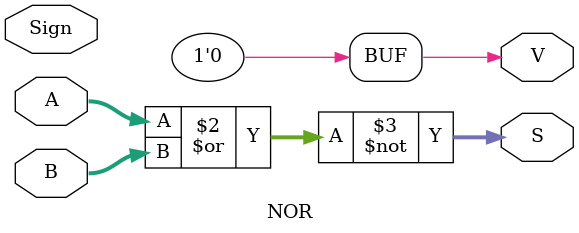
<source format=v>
`timescale 1ns / 1ps

module NOR( A, B, Sign, S, V);

    input [31:0] A;
    input [31:0] B;
    input Sign;

    output reg [31:0] S;
    output reg V;

    always@(*)
    begin
        S = ~(A | B);
        V = 0;
    end

endmodule

</source>
